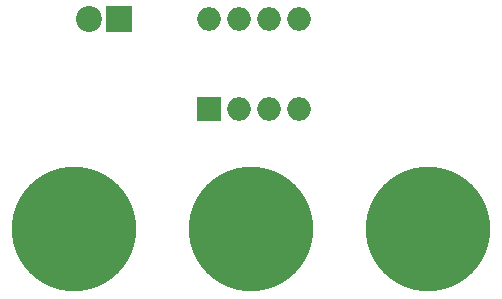
<source format=gbr>
G04 #@! TF.FileFunction,Soldermask,Bot*
%FSLAX46Y46*%
G04 Gerber Fmt 4.6, Leading zero omitted, Abs format (unit mm)*
G04 Created by KiCad (PCBNEW 4.0.5) date Friday, March 24, 2017 'PMt' 10:18:35 PM*
%MOMM*%
%LPD*%
G01*
G04 APERTURE LIST*
%ADD10C,0.100000*%
%ADD11R,2.200000X2.200000*%
%ADD12C,2.200000*%
%ADD13R,2.000000X2.000000*%
%ADD14O,2.000000X2.000000*%
%ADD15C,10.560000*%
G04 APERTURE END LIST*
D10*
D11*
X146050000Y-71120000D03*
D12*
X143510000Y-71120000D03*
D13*
X153670000Y-78740000D03*
D14*
X161290000Y-71120000D03*
X156210000Y-78740000D03*
X158750000Y-71120000D03*
X158750000Y-78740000D03*
X156210000Y-71120000D03*
X161290000Y-78740000D03*
X153670000Y-71120000D03*
D15*
X142240000Y-88900000D03*
X172210000Y-88900000D03*
X157230000Y-88900000D03*
M02*

</source>
